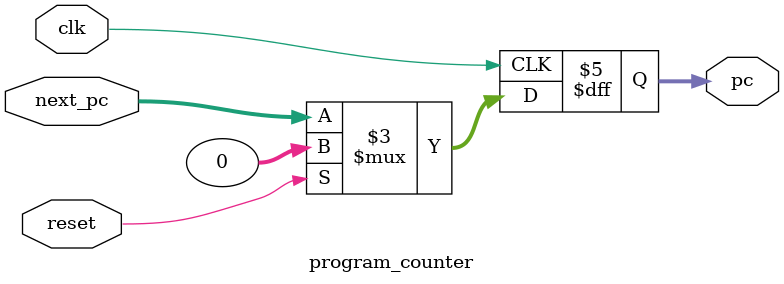
<source format=v>
module program_counter(
    input clk,
    input reset,
    input [31:0]next_pc,
    output reg [31:0]pc
);
    always @(posedge clk) begin
        if (reset)
            pc <=32'b0;
        else
            pc <=next_pc;  
    end
endmodule

</source>
